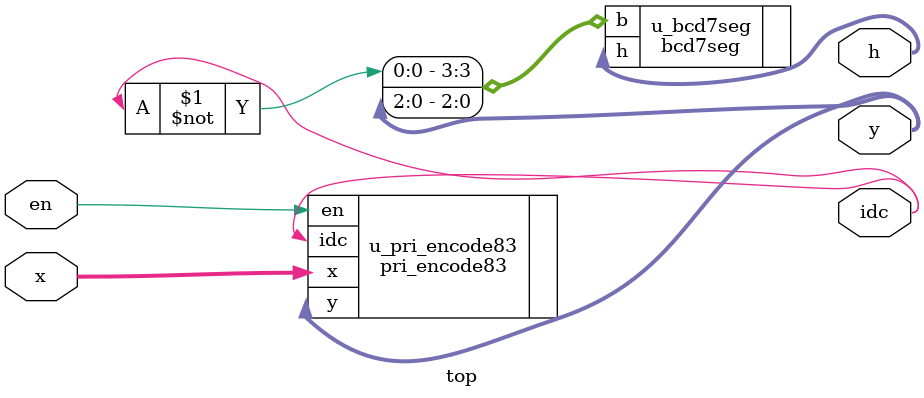
<source format=v>
module top (
        input  [7:0] x,
        input  en,
        output reg [6:0] h,
        output idc,
        output reg [2:0] y
    );

    pri_encode83 u_pri_encode83(
                     .x   (x  ),
                     .en  (en ),
                     .idc (idc),
                     .y   (y  )
                 );
    bcd7seg u_bcd7seg(
                .b({~idc, y}),
                .h(h)
            );


endmodule //top

</source>
